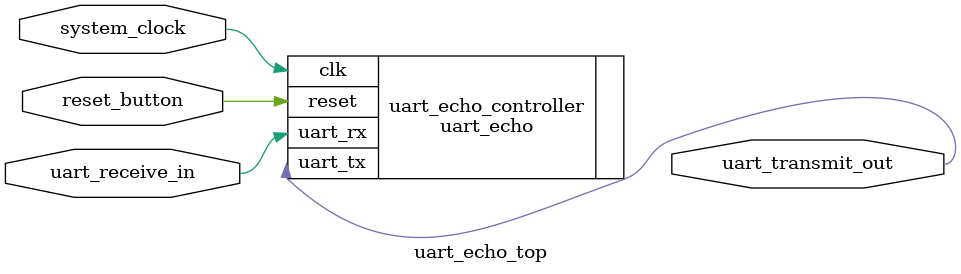
<source format=sv>
`define VOLTAGE_1_2 "-name IO_STANDARD \"1.2-V\""
`define VOLTAGE_2_5 "-name IO_STANDARD \"2.5-V\""

`define PIN_CLOCK     "H12"   // выывод тактового сигнала (50 МГц)
`define PIN_RESET_BTN "P11"   // вывод кнопки сброса
`define PIN_UART_RX   "M9"    // вывод приёма данных UART
`define PIN_UART_TX   "L9"    // вывод передачи данных UART

// ============================================================================
// верхний модуль
// ============================================================================
module uart_echo_top(
    // тактовый сигнал 50 МГц 
    (* chip_pin = `PIN_CLOCK *) 
    input wire system_clock,
    
    (* altera_attribute = `VOLTAGE_1_2, chip_pin = `PIN_RESET_BTN *) 
    input wire reset_button,
    
    (* altera_attribute = `VOLTAGE_2_5, chip_pin = `PIN_UART_RX *) 
    input wire uart_receive_in,
    
    (* altera_attribute = `VOLTAGE_2_5, chip_pin = `PIN_UART_TX *) 
    output wire uart_transmit_out
);

    // ========================================================================
    // подключение основного модуля uart
    // ========================================================================
    
    uart_echo #(
        .CLK_FREQ(50_000_000),
        .BAUD_RATE(115200)     
    ) uart_echo_controller (
        .clk(system_clock),       
        .reset(reset_button), 
        .uart_rx(uart_receive_in),    
        .uart_tx(uart_transmit_out)  
    );

endmodule
</source>
